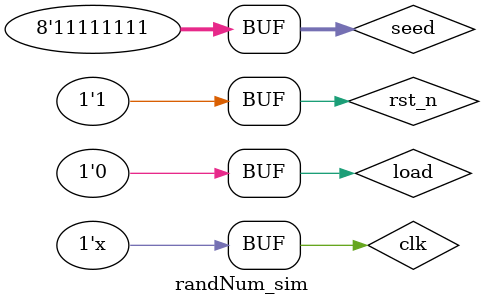
<source format=v>
`timescale 1ns / 1ps


module randNum_sim(

    );
    reg rst_n = 1;
    reg clk = 1;
    reg load = 1;
    reg [7:0]seed = 8'b11111111;
    wire [3:0] out;
    randNum U_randNum_1(
//    .rst_n  (rst_n),
    .clk    (clk),
//    .load   (load),
//    .seed   (seed),
    .Y      (out)
    );
    always#1 clk = ~clk;
    initial begin
        #10 load = 0;
    end
endmodule

</source>
